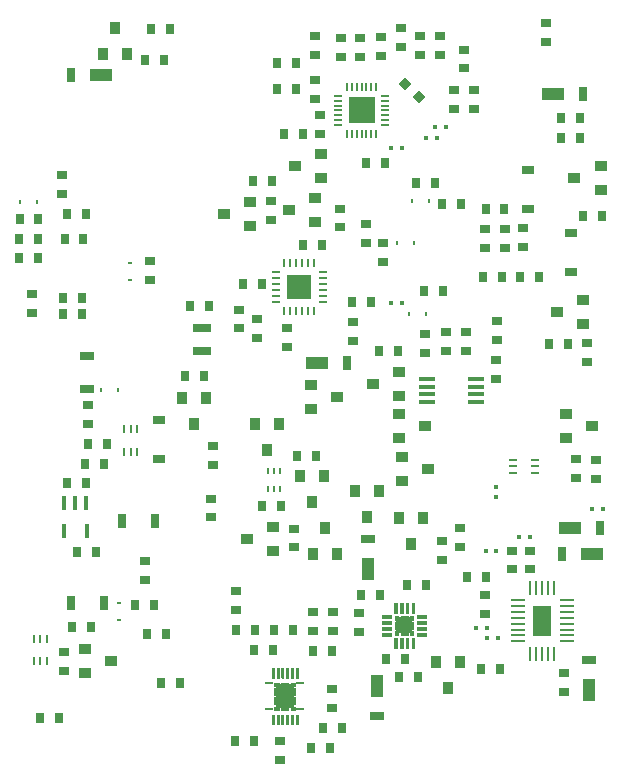
<source format=gbr>
G04 EasyPC Gerber Version 21.0.3 Build 4286 *
G04 #@! TF.Part,Single*
G04 #@! TF.FileFunction,Paste,Bot *
G04 #@! TF.FilePolarity,Positive *
%FSLAX35Y35*%
%MOIN*%
G04 #@! TA.AperFunction,SMDPad*
%ADD78O,0.00945X0.02913*%
%ADD100R,0.00630X0.03189*%
%ADD97R,0.00630X0.02992*%
%ADD108R,0.00882X0.03126*%
%ADD92R,0.00945X0.02323*%
%ADD104R,0.00945X0.04882*%
%ADD90R,0.01071X0.02882*%
%ADD85R,0.01102X0.01299*%
%ADD107R,0.01425X0.01613*%
%ADD95R,0.01761X0.04761*%
%ADD75R,0.02835X0.03228*%
%ADD83R,0.02835X0.04803*%
%ADD91R,0.02866X0.04795*%
%ADD87R,0.03200X0.04000*%
%ADD88R,0.04409X0.07559*%
%ADD106R,0.05984X0.10315*%
%ADD101R,0.06142X0.08110*%
%ADD110R,0.05354X0.05354*%
%ADD79R,0.08189X0.08189*%
%ADD99R,0.08661X0.08661*%
G04 #@! TD.AperFunction*
%ADD103C,0.00100*%
G04 #@! TA.AperFunction,SMDPad*
%ADD77O,0.02913X0.00945*%
%ADD98R,0.02992X0.00630*%
%ADD102R,0.02500X0.00800*%
%ADD109R,0.03126X0.00882*%
%ADD105R,0.04882X0.00945*%
%ADD93R,0.02882X0.01071*%
%ADD86R,0.01299X0.01102*%
%ADD111R,0.01613X0.01425*%
%ADD80R,0.05640X0.01440*%
%ADD76R,0.03228X0.02835*%
%ADD89R,0.04803X0.02835*%
%ADD84R,0.04087X0.02866*%
%ADD123R,0.04795X0.02866*%
%ADD94R,0.05906X0.03150*%
%ADD81R,0.04000X0.03200*%
%ADD82R,0.07559X0.04409*%
%AMT96*0 Rectangle Pad at angle 135*21,1,0.02835,0.03228,0,0,135*%
%ADD96T96*%
X0Y0D02*
D02*
D75*
X22356Y194488D03*
Y201063D03*
X22514Y207638D03*
X28656Y194488D03*
Y201063D03*
X28813Y207638D03*
X29246Y41417D03*
X35545D03*
X36923Y175866D03*
Y181378D03*
X37514Y200866D03*
X38301Y209331D03*
X38341Y119528D03*
X40073Y71575D03*
X41648Y96535D03*
X43222Y175866D03*
Y181378D03*
X43813Y200866D03*
X44325Y126063D03*
X44600Y209331D03*
X44640Y119528D03*
X45427Y132756D03*
X46372Y71575D03*
X47947Y96535D03*
X50624Y126063D03*
X51726Y132756D03*
X61096Y78898D03*
X64404Y260551D03*
X64876Y69134D03*
X66293Y271102D03*
X67396Y78898D03*
X69758Y52913D03*
X70703Y260551D03*
X71175Y69134D03*
X72593Y271102D03*
X76057Y52913D03*
X77671Y155197D03*
X79285Y178661D03*
X83970Y155197D03*
X85585Y178661D03*
X94404Y33543D03*
X94797Y70551D03*
X96963Y185906D03*
X100388Y220157D03*
X100703Y33543D03*
Y63858D03*
X101096Y70551D03*
X103262Y185906D03*
X103301Y112087D03*
X106687Y220157D03*
X107002Y63858D03*
X107396Y70551D03*
X108341Y259606D03*
X108419Y250945D03*
X109600Y112087D03*
X110703Y235906D03*
X113695Y70551D03*
X114640Y259606D03*
X114719Y250945D03*
X115112Y128740D03*
X116923Y198976D03*
X117002Y235906D03*
X119600Y31378D03*
X120388Y63465D03*
X121411Y128740D03*
X123222Y198976D03*
X123734Y38071D03*
X125900Y31378D03*
X126687Y63465D03*
X130033Y38071D03*
X133459Y179783D03*
X136293Y82205D03*
X137947Y226220D03*
X139758Y179783D03*
X142356Y163465D03*
X142593Y82205D03*
X144246Y226220D03*
X144600Y60945D03*
X148656Y163465D03*
X149128Y54803D03*
X150900Y60945D03*
X151687Y85709D03*
X154640Y219449D03*
X155427Y54803D03*
X157474Y183740D03*
X157986Y85709D03*
X160939Y219449D03*
X163222Y212677D03*
X163774Y183740D03*
X169522Y212677D03*
X171569Y88425D03*
X176215Y57638D03*
X176884Y188130D03*
X177868Y88425D03*
Y210906D03*
X182514Y57638D03*
X183183Y188130D03*
X184167Y210906D03*
X189285Y188130D03*
X195585D03*
X198931Y165827D03*
X203065Y234724D03*
Y241260D03*
X205230Y165827D03*
X209364Y234724D03*
Y241260D03*
X210309Y208661D03*
X216608D03*
D02*
D76*
X26687Y176260D03*
Y182559D03*
X36608Y215827D03*
Y222126D03*
X37396Y56850D03*
Y63150D03*
X45427Y139213D03*
Y145512D03*
X64482Y87283D03*
Y93583D03*
X65900Y187244D03*
Y193543D03*
X86451Y108110D03*
Y114409D03*
X86844Y125512D03*
Y131811D03*
X94797Y77244D03*
Y83543D03*
X95663Y171142D03*
Y177441D03*
X101569Y167992D03*
Y174291D03*
X106215Y207165D03*
Y213465D03*
X109364Y27244D03*
Y33543D03*
X111530Y164843D03*
Y171142D03*
X114010Y98110D03*
Y104409D03*
X120388Y70157D03*
Y76457D03*
X120939Y262205D03*
Y268504D03*
X121018Y247717D03*
Y254016D03*
X122750Y235827D03*
Y242126D03*
X126687Y44567D03*
Y50866D03*
X127081Y70157D03*
Y76457D03*
X129364Y204803D03*
Y211102D03*
X129600Y261654D03*
Y267953D03*
X133577Y167008D03*
Y173307D03*
X135821Y70000D03*
Y76299D03*
X136136Y261654D03*
Y267953D03*
X137907Y199488D03*
Y205787D03*
X143065Y261811D03*
Y268110D03*
X143754Y193307D03*
Y199606D03*
X149600Y264961D03*
Y271260D03*
X156136Y262362D03*
Y268661D03*
X157789Y163071D03*
Y169370D03*
X162671Y262283D03*
Y268583D03*
X163380Y93976D03*
Y100276D03*
X164797Y163622D03*
Y169921D03*
X167435Y244370D03*
Y250669D03*
X169364Y98346D03*
Y104646D03*
X170703Y257795D03*
Y264094D03*
X171372Y163622D03*
Y169921D03*
X173931Y244370D03*
Y250669D03*
X177671Y197913D03*
Y204213D03*
X177711Y75827D03*
Y82126D03*
X181215Y154409D03*
Y160709D03*
X181608Y167205D03*
Y173504D03*
X184266Y197913D03*
Y204213D03*
X186766Y90787D03*
Y97087D03*
X190467Y198228D03*
Y204528D03*
X192750Y90787D03*
Y97087D03*
X197868Y266693D03*
Y272992D03*
X204167Y49843D03*
Y56142D03*
X208026Y121181D03*
Y127480D03*
X211628Y159921D03*
Y166220D03*
X214640Y121102D03*
Y127402D03*
D02*
D77*
X107868Y180020D03*
Y181988D03*
Y183957D03*
Y185925D03*
Y187894D03*
Y189862D03*
X123616Y180020D03*
Y181988D03*
Y183957D03*
Y185925D03*
Y187894D03*
Y189862D03*
D02*
D78*
X110821Y177067D03*
Y192815D03*
X112789Y177067D03*
Y192815D03*
X114758Y177067D03*
Y192815D03*
X116726Y177067D03*
Y192815D03*
X118695Y177067D03*
Y192815D03*
X120663Y177067D03*
Y192815D03*
D02*
D79*
X115742Y184941D03*
D02*
D80*
X158430Y146634D03*
Y149193D03*
Y151752D03*
Y154311D03*
X174522Y146634D03*
Y149193D03*
Y151752D03*
Y154311D03*
D02*
D81*
X44198Y56236D03*
Y64236D03*
X52898Y60236D03*
X90791Y209291D03*
X98173Y100866D03*
X99491Y205291D03*
Y213291D03*
X106873Y96866D03*
Y104866D03*
X112366Y210709D03*
X114334Y225354D03*
X119631Y144346D03*
Y152346D03*
X121066Y206709D03*
Y214709D03*
X123034Y221354D03*
Y229354D03*
X128331Y148346D03*
X140397Y152638D03*
X149080Y134583D03*
Y142583D03*
X149097Y148638D03*
Y156638D03*
X150044Y120409D03*
Y128409D03*
X157780Y138583D03*
X158744Y124409D03*
X201618Y176654D03*
X204749Y134661D03*
Y142661D03*
X207484Y221417D03*
X210318Y172654D03*
Y180654D03*
X213449Y138661D03*
X216184Y217417D03*
Y225417D03*
D02*
D82*
X49620Y255492D03*
X121628Y159665D03*
X200211Y249272D03*
X205959Y104469D03*
X213242Y96004D03*
D02*
D83*
X39581Y255492D03*
X131667Y159665D03*
X203203Y96004D03*
X210250Y249272D03*
X215998Y104469D03*
D02*
D84*
X69049Y127559D03*
Y140551D03*
X191963Y210866D03*
Y223858D03*
X206293Y189921D03*
Y202913D03*
D02*
D85*
X22553Y213150D03*
X28262D03*
X49679Y150630D03*
X55388D03*
X148262Y199606D03*
X152278Y176063D03*
X153222Y213465D03*
X153970Y199606D03*
X157986Y176063D03*
X158931Y213465D03*
D02*
D86*
X55663Y73898D03*
Y79606D03*
X59207Y187244D03*
Y192953D03*
D02*
D87*
X50246Y262629D03*
X54246Y271329D03*
X58246Y262629D03*
X76821Y147883D03*
X80821Y139183D03*
X84821Y147883D03*
X101033Y139221D03*
X105033Y130521D03*
X109033Y139221D03*
X116112Y121898D03*
X120112Y113198D03*
X120482Y95779D03*
X124112Y121898D03*
X124482Y104479D03*
X128482Y95779D03*
X134498Y117056D03*
X138498Y108356D03*
X142498Y117056D03*
X149144Y108020D03*
X153144Y99320D03*
X157144Y108020D03*
X161270Y60087D03*
X165270Y51387D03*
X169270Y60087D03*
D02*
D88*
X138518Y91004D03*
X141549Y51949D03*
X212297Y50453D03*
D02*
D89*
X138518Y101043D03*
X141549Y41909D03*
X212297Y60492D03*
D02*
D90*
X27364Y60220D03*
Y67701D03*
X29490Y60220D03*
Y67701D03*
X31616Y60220D03*
Y67701D03*
X57443Y130063D03*
Y137543D03*
X59569Y130063D03*
Y137543D03*
X61695Y130063D03*
Y137543D03*
D02*
D91*
X39679Y79528D03*
X50703D03*
X56530Y106929D03*
X67553D03*
D02*
D92*
X105289Y117618D03*
Y123720D03*
X107258Y117618D03*
Y123720D03*
X109226Y117618D03*
Y123720D03*
D02*
D93*
X187018Y123039D03*
Y125165D03*
Y127291D03*
X194498Y123039D03*
Y125165D03*
Y127291D03*
D02*
D94*
X83222Y163661D03*
Y171142D03*
D02*
D95*
X37346Y103646D03*
X37396Y113046D03*
X41096D03*
X44796D03*
X44846Y103646D03*
D02*
D96*
X151074Y252621D03*
X155528Y248167D03*
D02*
D97*
X131805Y235906D03*
Y251654D03*
X133380Y235906D03*
Y251654D03*
X134955Y235906D03*
Y251654D03*
X136530Y235906D03*
Y251654D03*
X138104Y235906D03*
Y251654D03*
X139679Y235906D03*
Y251654D03*
X141254Y235906D03*
Y251654D03*
D02*
D98*
X128656Y239055D03*
Y240630D03*
Y242205D03*
Y243780D03*
Y245354D03*
Y246929D03*
Y248504D03*
X144404Y239055D03*
Y240630D03*
Y242205D03*
Y243780D03*
Y245354D03*
Y246929D03*
Y248504D03*
D02*
D99*
X136530Y243780D03*
D02*
D100*
X107022Y40705D03*
Y56303D03*
X108596Y40705D03*
Y56303D03*
X110171Y40705D03*
Y56303D03*
X111746Y40705D03*
Y56303D03*
X113321Y40705D03*
Y56303D03*
X114896Y40705D03*
Y56303D03*
D02*
D101*
X110939Y48524D03*
D02*
D102*
X105821Y44331D03*
Y52795D03*
X116057Y44331D03*
Y52795D03*
D02*
D103*
X107317Y39130D02*
X106726D01*
Y42280*
X107317*
Y39130*
G36*
X106726*
Y42280*
X107317*
Y39130*
G37*
Y54728D02*
X106726D01*
Y57878*
X107317*
Y54728*
G36*
X106726*
Y57878*
X107317*
Y54728*
G37*
X108892Y39130D02*
X108301D01*
Y42280*
X108892*
Y39130*
G36*
X108301*
Y42280*
X108892*
Y39130*
G37*
Y54728D02*
X108301D01*
Y57878*
X108892*
Y54728*
G36*
X108301*
Y57878*
X108892*
Y54728*
G37*
X109015Y43976D02*
X107415D01*
Y45010*
X108458*
X109015Y44454*
Y43976*
G36*
X107415*
Y45010*
X108458*
X109015Y44454*
Y43976*
G37*
Y46354D02*
X108458Y45798D01*
X107415*
Y48110*
X108458*
X109015Y47554*
Y46354*
G36*
X108458Y45798*
X107415*
Y48110*
X108458*
X109015Y47554*
Y46354*
G37*
Y49454D02*
X108458Y48898D01*
X107415*
Y51210*
X108458*
X109015Y50654*
Y49454*
G36*
X108458Y48898*
X107415*
Y51210*
X108458*
X109015Y50654*
Y49454*
G37*
Y52554D02*
X108458Y51998D01*
X107415*
Y53032*
X109015*
Y52554*
G36*
X108458Y51998*
X107415*
Y53032*
X109015*
Y52554*
G37*
X110467Y39130D02*
X109876D01*
Y42280*
X110467*
Y39130*
G36*
X109876*
Y42280*
X110467*
Y39130*
G37*
Y54728D02*
X109876D01*
Y57878*
X110467*
Y54728*
G36*
X109876*
Y57878*
X110467*
Y54728*
G37*
X112042Y39130D02*
X111450D01*
Y42280*
X112042*
Y39130*
G36*
X111450*
Y42280*
X112042*
Y39130*
G37*
Y54728D02*
X111450D01*
Y57878*
X112042*
Y54728*
G36*
X111450*
Y57878*
X112042*
Y54728*
G37*
X112115Y43976D02*
X109802D01*
Y44454*
X110359Y45010*
X111558*
X112115Y44454*
Y43976*
G36*
X109802*
Y44454*
X110359Y45010*
X111558*
X112115Y44454*
Y43976*
G37*
Y46354D02*
X111558Y45798D01*
X110359*
X109802Y46354*
Y47554*
X110359Y48110*
X111558*
X112115Y47554*
Y46354*
G36*
X111558Y45798*
X110359*
X109802Y46354*
Y47554*
X110359Y48110*
X111558*
X112115Y47554*
Y46354*
G37*
Y49454D02*
X111558Y48898D01*
X110359*
X109802Y49454*
Y50654*
X110359Y51210*
X111558*
X112115Y50654*
Y49454*
G36*
X111558Y48898*
X110359*
X109802Y49454*
Y50654*
X110359Y51210*
X111558*
X112115Y50654*
Y49454*
G37*
Y52554D02*
X111558Y51998D01*
X110359*
X109802Y52554*
Y53032*
X112115*
Y52554*
G36*
X111558Y51998*
X110359*
X109802Y52554*
Y53032*
X112115*
Y52554*
G37*
X113617Y39130D02*
X113025D01*
Y42280*
X113617*
Y39130*
G36*
X113025*
Y42280*
X113617*
Y39130*
G37*
Y54728D02*
X113025D01*
Y57878*
X113617*
Y54728*
G36*
X113025*
Y57878*
X113617*
Y54728*
G37*
X114502Y43976D02*
X112902D01*
Y44454*
X113459Y45010*
X114502*
Y43976*
G36*
X112902*
Y44454*
X113459Y45010*
X114502*
Y43976*
G37*
Y45798D02*
X113459D01*
X112902Y46354*
Y47554*
X113459Y48110*
X114502*
Y45798*
G36*
X113459*
X112902Y46354*
Y47554*
X113459Y48110*
X114502*
Y45798*
G37*
Y48898D02*
X113459D01*
X112902Y49454*
Y50654*
X113459Y51210*
X114502*
Y48898*
G36*
X113459*
X112902Y49454*
Y50654*
X113459Y51210*
X114502*
Y48898*
G37*
Y51998D02*
X113459D01*
X112902Y52554*
Y53032*
X114502*
Y51998*
G36*
X113459*
X112902Y52554*
Y53032*
X114502*
Y51998*
G37*
X115191Y39130D02*
X114600D01*
Y42280*
X115191*
Y39130*
G36*
X114600*
Y42280*
X115191*
Y39130*
G37*
Y54728D02*
X114600D01*
Y57878*
X115191*
Y54728*
G36*
X114600*
Y57878*
X115191*
Y54728*
G37*
X143320Y69626D02*
X146471D01*
Y68719*
X143320*
Y69626*
G36*
X146471*
Y68719*
X143320*
Y69626*
G37*
Y71594D02*
X146471D01*
Y70688*
X143320*
Y71594*
G36*
X146471*
Y70688*
X143320*
Y71594*
G37*
Y73564D02*
X146471D01*
Y72657*
X143320*
Y73564*
G36*
X146471*
Y72657*
X143320*
Y73564*
G37*
Y75533D02*
X146471D01*
Y74626*
X143320*
Y75533*
G36*
X146471*
Y74626*
X143320*
Y75533*
G37*
X147297Y67894D02*
X148203D01*
Y64744*
X147297*
Y67894*
G36*
X148203*
Y64744*
X147297*
Y67894*
G37*
Y79508D02*
X148203D01*
Y76358*
X147297*
Y79508*
G36*
X148203*
Y76358*
X147297*
Y79508*
G37*
X147651Y70182D02*
X148202D01*
X148759Y69626*
Y69074*
X147651*
Y70182*
G36*
X148202*
X148759Y69626*
Y69074*
X147651*
Y70182*
G37*
Y73282D02*
X148202D01*
X148759Y72726*
Y71526*
X148202Y70970*
X147651*
Y73282*
G36*
X148202*
X148759Y72726*
Y71526*
X148202Y70970*
X147651*
Y73282*
G37*
Y75178D02*
X148759D01*
Y74626*
X148202Y74070*
X147651*
Y75178*
G36*
X148759*
Y74626*
X148202Y74070*
X147651*
Y75178*
G37*
X149265Y67894D02*
X150172D01*
Y64744*
X149265*
Y67894*
G36*
X150172*
Y64744*
X149265*
Y67894*
G37*
Y79508D02*
X150172D01*
Y76358*
X149265*
Y79508*
G36*
X150172*
Y76358*
X149265*
Y79508*
G37*
X149546Y69626D02*
X150103Y70182D01*
X151302*
X151859Y69626*
Y69074*
X149546*
Y69626*
G36*
X150103Y70182*
X151302*
X151859Y69626*
Y69074*
X149546*
Y69626*
G37*
Y72726D02*
X150103Y73282D01*
X151302*
X151859Y72726*
Y71526*
X151302Y70970*
X150103*
X149546Y71526*
Y72726*
G36*
X150103Y73282*
X151302*
X151859Y72726*
Y71526*
X151302Y70970*
X150103*
X149546Y71526*
Y72726*
G37*
Y75178D02*
X151859D01*
Y74626*
X151302Y74070*
X150103*
X149546Y74626*
Y75178*
G36*
X151859*
Y74626*
X151302Y74070*
X150103*
X149546Y74626*
Y75178*
G37*
X151234Y67894D02*
X152140D01*
Y64744*
X151234*
Y67894*
G36*
X152140*
Y64744*
X151234*
Y67894*
G37*
Y79508D02*
X152140D01*
Y76358*
X151234*
Y79508*
G36*
X152140*
Y76358*
X151234*
Y79508*
G37*
X152646Y69626D02*
X153203Y70182D01*
X153754*
Y69074*
X152646*
Y69626*
G36*
X153203Y70182*
X153754*
Y69074*
X152646*
Y69626*
G37*
Y72726D02*
X153203Y73282D01*
X153754*
Y70970*
X153203*
X152646Y71526*
Y72726*
G36*
X153203Y73282*
X153754*
Y70970*
X153203*
X152646Y71526*
Y72726*
G37*
Y75178D02*
X153754D01*
Y74070*
X153203*
X152646Y74626*
Y75178*
G36*
X153754*
Y74070*
X153203*
X152646Y74626*
Y75178*
G37*
X153202Y67894D02*
X154109D01*
Y64744*
X153202*
Y67894*
G36*
X154109*
Y64744*
X153202*
Y67894*
G37*
Y79508D02*
X154109D01*
Y76358*
X153202*
Y79508*
G36*
X154109*
Y76358*
X153202*
Y79508*
G37*
X154935Y69626D02*
X158085D01*
Y68719*
X154935*
Y69626*
G36*
X158085*
Y68719*
X154935*
Y69626*
G37*
Y71594D02*
X158085D01*
Y70688*
X154935*
Y71594*
G36*
X158085*
Y70688*
X154935*
Y71594*
G37*
Y73564D02*
X158085D01*
Y72657*
X154935*
Y73564*
G36*
X158085*
Y72657*
X154935*
Y73564*
G37*
Y75533D02*
X158085D01*
Y74626*
X154935*
Y75533*
G36*
X158085*
Y74626*
X154935*
Y75533*
G37*
D02*
D104*
X192829Y62461D03*
Y84705D03*
X194797Y62461D03*
Y84705D03*
X196766Y62461D03*
Y84705D03*
X198734Y62461D03*
Y84705D03*
X200703Y62461D03*
Y84705D03*
D02*
D105*
X188675Y66811D03*
Y68780D03*
Y70748D03*
Y72717D03*
Y74685D03*
Y76654D03*
Y78622D03*
Y80591D03*
X205014Y66811D03*
Y68780D03*
Y70748D03*
Y72717D03*
Y74685D03*
Y76654D03*
Y78622D03*
Y80591D03*
D02*
D106*
X196766Y73701D03*
D02*
D107*
X146322Y179571D03*
X146333Y231374D03*
X149875Y179571D03*
X149886Y231374D03*
X158144Y234759D03*
X160979Y238145D03*
X161697Y234759D03*
X164532Y238145D03*
X174837Y71137D03*
X177897Y97052D03*
X178370Y67918D03*
X178390Y71137D03*
X181450Y97052D03*
X181922Y67918D03*
X189168Y101610D03*
X192721D03*
X213409Y110910D03*
X216962D03*
D02*
D108*
X147750Y66319D03*
Y77933D03*
X149719Y66319D03*
Y77933D03*
X151687Y66319D03*
Y77933D03*
X153656Y66319D03*
Y77933D03*
D02*
D109*
X144896Y69172D03*
Y71141D03*
Y73111D03*
Y75080D03*
X156510Y69172D03*
Y71141D03*
Y73111D03*
Y75080D03*
D02*
D110*
X150703Y72126D03*
D02*
D111*
X181210Y114832D03*
Y118385D03*
D02*
D123*
X44955Y150866D03*
Y161890D03*
X0Y0D02*
M02*

</source>
